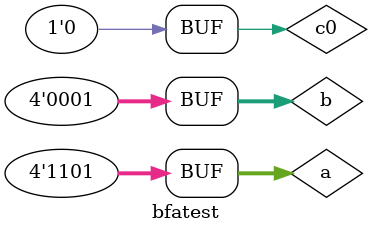
<source format=v>
`timescale 1ns / 1ps


module bfatest;

	// Inputs
	reg [3:0] a;
	reg [3:0] b;
	reg c0;

	// Outputs
	wire c4;
	wire [3:0] s;

	// Instantiate the Unit Under Test (UUT)
	fourbitFullAdder uut (
		.a(a), 
		.b(b), 
		.c0(c0), 
		.c4(c4), 
		.s(s)
	);

	initial begin
		// Initialize Inputs
		#100;
		a = 0;
		b = 0;
		c0 = 0;

		// Wait 100 ns for global reset to finish
		#100;		
		a = 7;
		b = 7;
		c0 = 1;
		
		#100;		
		a = 1;
		b = 1;
		c0 = 0;

		#100;		
		a = 2;
		b = 1;
		c0 = 0;

		#100;		
		a = 9;
		b = 8;
		c0 = 0;

		#100;		
		a = 12;
		b = 10;
		c0 = 0;

		#100;		
		a = 15;
		b = 15;
		c0 = 0;

		#100;		
		a = 3;
		b = 4;
		c0 = 0;

		#100;		
		a = 15;
		b = 15;
		c0 = 1;

		#100;		
		a = 9;
		b = 9;
		c0 = 0;

		#100;		
		a = 5;
		b = 1;
		c0 = 0;
		
		#100;		
		a = 13;
		b = 1;
		c0 = 0;		

		// Wait 100 ns for global reset to finis		
        
		// Add stimulus here

	end
      
endmodule


</source>
